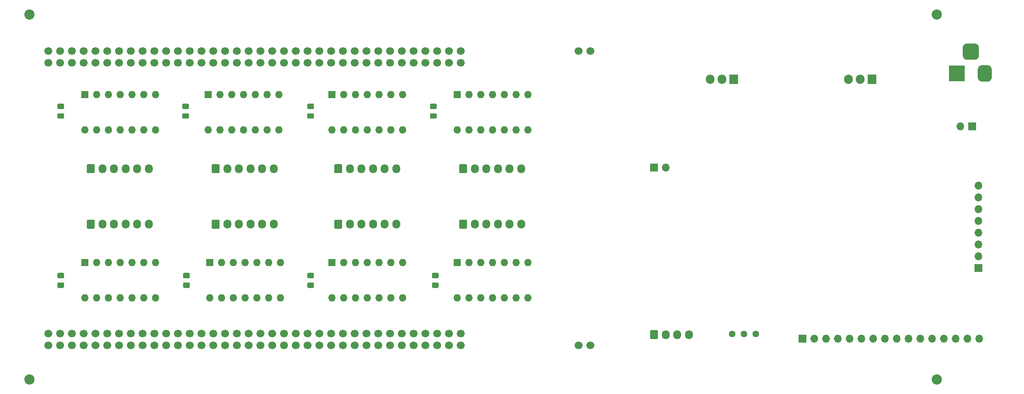
<source format=gbr>
%TF.GenerationSoftware,KiCad,Pcbnew,(5.1.8)-1*%
%TF.CreationDate,2021-07-13T09:26:45+05:30*%
%TF.ProjectId,rfsm,7266736d-2e6b-4696-9361-645f70636258,rev?*%
%TF.SameCoordinates,Original*%
%TF.FileFunction,Soldermask,Bot*%
%TF.FilePolarity,Negative*%
%FSLAX46Y46*%
G04 Gerber Fmt 4.6, Leading zero omitted, Abs format (unit mm)*
G04 Created by KiCad (PCBNEW (5.1.8)-1) date 2021-07-13 09:26:45*
%MOMM*%
%LPD*%
G01*
G04 APERTURE LIST*
%ADD10O,1.700000X1.700000*%
%ADD11R,1.700000X1.700000*%
%ADD12C,1.700000*%
%ADD13C,2.200000*%
%ADD14R,1.600000X1.600000*%
%ADD15O,1.600000X1.600000*%
%ADD16R,3.500000X3.500000*%
%ADD17O,1.700000X1.950000*%
%ADD18C,1.440000*%
%ADD19R,1.905000X2.000000*%
%ADD20O,1.905000X2.000000*%
G04 APERTURE END LIST*
D10*
%TO.C,J14*%
X170180000Y-91440000D03*
D11*
X167640000Y-91440000D03*
%TD*%
D10*
%TO.C,J13*%
X233680000Y-82550000D03*
D11*
X236220000Y-82550000D03*
%TD*%
D12*
%TO.C,U1*%
X125984000Y-66294000D03*
X125984000Y-68834000D03*
X123444000Y-66294000D03*
X123444000Y-68834000D03*
X120904000Y-66294000D03*
X120904000Y-68834000D03*
X118364000Y-66294000D03*
X118364000Y-68834000D03*
X115824000Y-66294000D03*
X115824000Y-68834000D03*
X113284000Y-66294000D03*
X113284000Y-68834000D03*
X110744000Y-66294000D03*
X110744000Y-68834000D03*
X108204000Y-66294000D03*
X108204000Y-68834000D03*
X105664000Y-66294000D03*
X105664000Y-68834000D03*
X103124000Y-66294000D03*
X103124000Y-68834000D03*
X100584000Y-66294000D03*
X100584000Y-68834000D03*
X98044000Y-66294000D03*
X98044000Y-68834000D03*
X95504000Y-66294000D03*
X95504000Y-68834000D03*
X92964000Y-66294000D03*
X92964000Y-68834000D03*
X90424000Y-66294000D03*
X90424000Y-68834000D03*
X87884000Y-66294000D03*
X87884000Y-68834000D03*
X85344000Y-66294000D03*
X85344000Y-68834000D03*
X82804000Y-66294000D03*
X82804000Y-68834000D03*
X80264000Y-66294000D03*
X80264000Y-68834000D03*
X77724000Y-66294000D03*
X77724000Y-68834000D03*
X75184000Y-66294000D03*
X75184000Y-68834000D03*
X72644000Y-66294000D03*
X72644000Y-68834000D03*
X70104000Y-66294000D03*
X70104000Y-68834000D03*
X67564000Y-66294000D03*
X67564000Y-68834000D03*
X65024000Y-66294000D03*
X65024000Y-68834000D03*
X62484000Y-66294000D03*
X62484000Y-68834000D03*
X59944000Y-66294000D03*
X59944000Y-68834000D03*
X57404000Y-66294000D03*
X57404000Y-68834000D03*
X54864000Y-66294000D03*
X54864000Y-68834000D03*
X52324000Y-66294000D03*
X52324000Y-68834000D03*
X49784000Y-66294000D03*
X49784000Y-68834000D03*
X47244000Y-66294000D03*
X47244000Y-68834000D03*
X44704000Y-66294000D03*
X44704000Y-68834000D03*
X42164000Y-66294000D03*
X42164000Y-68834000D03*
X39624000Y-66294000D03*
X39624000Y-68834000D03*
X37084000Y-66294000D03*
X37084000Y-68834000D03*
X125984000Y-127254000D03*
X125984000Y-129794000D03*
X123444000Y-127254000D03*
X123444000Y-129794000D03*
X120904000Y-127254000D03*
X120904000Y-129794000D03*
X118364000Y-127254000D03*
X118364000Y-129794000D03*
X115824000Y-127254000D03*
X115824000Y-129794000D03*
X113284000Y-127254000D03*
X113284000Y-129794000D03*
X110744000Y-127254000D03*
X110744000Y-129794000D03*
X108204000Y-127254000D03*
X108204000Y-129794000D03*
X105664000Y-127254000D03*
X105664000Y-129794000D03*
X103124000Y-127254000D03*
X103124000Y-129794000D03*
X100584000Y-127254000D03*
X100584000Y-129794000D03*
X98044000Y-127254000D03*
X98044000Y-129794000D03*
X95504000Y-127254000D03*
X95504000Y-129794000D03*
X92964000Y-127254000D03*
X92964000Y-129794000D03*
X90424000Y-127254000D03*
X90424000Y-129794000D03*
X87884000Y-127254000D03*
X87884000Y-129794000D03*
X85344000Y-127254000D03*
X85344000Y-129794000D03*
X82804000Y-127254000D03*
X82804000Y-129794000D03*
X80264000Y-127254000D03*
X80264000Y-129794000D03*
X77724000Y-127254000D03*
X77724000Y-129794000D03*
X75184000Y-127254000D03*
X75184000Y-129794000D03*
X72644000Y-127254000D03*
X72644000Y-129794000D03*
X70104000Y-127254000D03*
X70104000Y-129794000D03*
X67564000Y-127254000D03*
X67564000Y-129794000D03*
X65024000Y-127254000D03*
X65024000Y-129794000D03*
X62484000Y-127254000D03*
X62484000Y-129794000D03*
X59944000Y-127254000D03*
X59944000Y-129794000D03*
X57404000Y-127254000D03*
X57404000Y-129794000D03*
X54864000Y-127254000D03*
X54864000Y-129794000D03*
X52324000Y-127254000D03*
X52324000Y-129794000D03*
X49784000Y-127254000D03*
X49784000Y-129794000D03*
X47244000Y-127254000D03*
X47244000Y-129794000D03*
X44704000Y-127254000D03*
X44704000Y-129794000D03*
X42164000Y-127254000D03*
X42164000Y-129794000D03*
X39624000Y-127254000D03*
X39624000Y-129794000D03*
X37084000Y-127254000D03*
X37084000Y-129794000D03*
X153924000Y-66294000D03*
X151384000Y-66294000D03*
X153924000Y-129794000D03*
X151384000Y-129794000D03*
%TD*%
%TO.C,C15*%
G36*
G01*
X39276000Y-79711300D02*
X40226000Y-79711300D01*
G75*
G02*
X40476000Y-79961300I0J-250000D01*
G01*
X40476000Y-80636300D01*
G75*
G02*
X40226000Y-80886300I-250000J0D01*
G01*
X39276000Y-80886300D01*
G75*
G02*
X39026000Y-80636300I0J250000D01*
G01*
X39026000Y-79961300D01*
G75*
G02*
X39276000Y-79711300I250000J0D01*
G01*
G37*
G36*
G01*
X39276000Y-77636300D02*
X40226000Y-77636300D01*
G75*
G02*
X40476000Y-77886300I0J-250000D01*
G01*
X40476000Y-78561300D01*
G75*
G02*
X40226000Y-78811300I-250000J0D01*
G01*
X39276000Y-78811300D01*
G75*
G02*
X39026000Y-78561300I0J250000D01*
G01*
X39026000Y-77886300D01*
G75*
G02*
X39276000Y-77636300I250000J0D01*
G01*
G37*
%TD*%
%TO.C,C16*%
G36*
G01*
X40226000Y-115323200D02*
X39276000Y-115323200D01*
G75*
G02*
X39026000Y-115073200I0J250000D01*
G01*
X39026000Y-114398200D01*
G75*
G02*
X39276000Y-114148200I250000J0D01*
G01*
X40226000Y-114148200D01*
G75*
G02*
X40476000Y-114398200I0J-250000D01*
G01*
X40476000Y-115073200D01*
G75*
G02*
X40226000Y-115323200I-250000J0D01*
G01*
G37*
G36*
G01*
X40226000Y-117398200D02*
X39276000Y-117398200D01*
G75*
G02*
X39026000Y-117148200I0J250000D01*
G01*
X39026000Y-116473200D01*
G75*
G02*
X39276000Y-116223200I250000J0D01*
G01*
X40226000Y-116223200D01*
G75*
G02*
X40476000Y-116473200I0J-250000D01*
G01*
X40476000Y-117148200D01*
G75*
G02*
X40226000Y-117398200I-250000J0D01*
G01*
G37*
%TD*%
%TO.C,C14*%
G36*
G01*
X66200000Y-79711300D02*
X67150000Y-79711300D01*
G75*
G02*
X67400000Y-79961300I0J-250000D01*
G01*
X67400000Y-80636300D01*
G75*
G02*
X67150000Y-80886300I-250000J0D01*
G01*
X66200000Y-80886300D01*
G75*
G02*
X65950000Y-80636300I0J250000D01*
G01*
X65950000Y-79961300D01*
G75*
G02*
X66200000Y-79711300I250000J0D01*
G01*
G37*
G36*
G01*
X66200000Y-77636300D02*
X67150000Y-77636300D01*
G75*
G02*
X67400000Y-77886300I0J-250000D01*
G01*
X67400000Y-78561300D01*
G75*
G02*
X67150000Y-78811300I-250000J0D01*
G01*
X66200000Y-78811300D01*
G75*
G02*
X65950000Y-78561300I0J250000D01*
G01*
X65950000Y-77886300D01*
G75*
G02*
X66200000Y-77636300I250000J0D01*
G01*
G37*
%TD*%
%TO.C,C13*%
G36*
G01*
X67327800Y-115323200D02*
X66377800Y-115323200D01*
G75*
G02*
X66127800Y-115073200I0J250000D01*
G01*
X66127800Y-114398200D01*
G75*
G02*
X66377800Y-114148200I250000J0D01*
G01*
X67327800Y-114148200D01*
G75*
G02*
X67577800Y-114398200I0J-250000D01*
G01*
X67577800Y-115073200D01*
G75*
G02*
X67327800Y-115323200I-250000J0D01*
G01*
G37*
G36*
G01*
X67327800Y-117398200D02*
X66377800Y-117398200D01*
G75*
G02*
X66127800Y-117148200I0J250000D01*
G01*
X66127800Y-116473200D01*
G75*
G02*
X66377800Y-116223200I250000J0D01*
G01*
X67327800Y-116223200D01*
G75*
G02*
X67577800Y-116473200I0J-250000D01*
G01*
X67577800Y-117148200D01*
G75*
G02*
X67327800Y-117398200I-250000J0D01*
G01*
G37*
%TD*%
%TO.C,C12*%
G36*
G01*
X93149400Y-79711300D02*
X94099400Y-79711300D01*
G75*
G02*
X94349400Y-79961300I0J-250000D01*
G01*
X94349400Y-80636300D01*
G75*
G02*
X94099400Y-80886300I-250000J0D01*
G01*
X93149400Y-80886300D01*
G75*
G02*
X92899400Y-80636300I0J250000D01*
G01*
X92899400Y-79961300D01*
G75*
G02*
X93149400Y-79711300I250000J0D01*
G01*
G37*
G36*
G01*
X93149400Y-77636300D02*
X94099400Y-77636300D01*
G75*
G02*
X94349400Y-77886300I0J-250000D01*
G01*
X94349400Y-78561300D01*
G75*
G02*
X94099400Y-78811300I-250000J0D01*
G01*
X93149400Y-78811300D01*
G75*
G02*
X92899400Y-78561300I0J250000D01*
G01*
X92899400Y-77886300D01*
G75*
G02*
X93149400Y-77636300I250000J0D01*
G01*
G37*
%TD*%
%TO.C,C11*%
G36*
G01*
X94099400Y-115323200D02*
X93149400Y-115323200D01*
G75*
G02*
X92899400Y-115073200I0J250000D01*
G01*
X92899400Y-114398200D01*
G75*
G02*
X93149400Y-114148200I250000J0D01*
G01*
X94099400Y-114148200D01*
G75*
G02*
X94349400Y-114398200I0J-250000D01*
G01*
X94349400Y-115073200D01*
G75*
G02*
X94099400Y-115323200I-250000J0D01*
G01*
G37*
G36*
G01*
X94099400Y-117398200D02*
X93149400Y-117398200D01*
G75*
G02*
X92899400Y-117148200I0J250000D01*
G01*
X92899400Y-116473200D01*
G75*
G02*
X93149400Y-116223200I250000J0D01*
G01*
X94099400Y-116223200D01*
G75*
G02*
X94349400Y-116473200I0J-250000D01*
G01*
X94349400Y-117148200D01*
G75*
G02*
X94099400Y-117398200I-250000J0D01*
G01*
G37*
%TD*%
%TO.C,C10*%
G36*
G01*
X119590800Y-79711300D02*
X120540800Y-79711300D01*
G75*
G02*
X120790800Y-79961300I0J-250000D01*
G01*
X120790800Y-80636300D01*
G75*
G02*
X120540800Y-80886300I-250000J0D01*
G01*
X119590800Y-80886300D01*
G75*
G02*
X119340800Y-80636300I0J250000D01*
G01*
X119340800Y-79961300D01*
G75*
G02*
X119590800Y-79711300I250000J0D01*
G01*
G37*
G36*
G01*
X119590800Y-77636300D02*
X120540800Y-77636300D01*
G75*
G02*
X120790800Y-77886300I0J-250000D01*
G01*
X120790800Y-78561300D01*
G75*
G02*
X120540800Y-78811300I-250000J0D01*
G01*
X119590800Y-78811300D01*
G75*
G02*
X119340800Y-78561300I0J250000D01*
G01*
X119340800Y-77886300D01*
G75*
G02*
X119590800Y-77636300I250000J0D01*
G01*
G37*
%TD*%
%TO.C,C9*%
G36*
G01*
X120960000Y-115323200D02*
X120010000Y-115323200D01*
G75*
G02*
X119760000Y-115073200I0J250000D01*
G01*
X119760000Y-114398200D01*
G75*
G02*
X120010000Y-114148200I250000J0D01*
G01*
X120960000Y-114148200D01*
G75*
G02*
X121210000Y-114398200I0J-250000D01*
G01*
X121210000Y-115073200D01*
G75*
G02*
X120960000Y-115323200I-250000J0D01*
G01*
G37*
G36*
G01*
X120960000Y-117398200D02*
X120010000Y-117398200D01*
G75*
G02*
X119760000Y-117148200I0J250000D01*
G01*
X119760000Y-116473200D01*
G75*
G02*
X120010000Y-116223200I250000J0D01*
G01*
X120960000Y-116223200D01*
G75*
G02*
X121210000Y-116473200I0J-250000D01*
G01*
X121210000Y-117148200D01*
G75*
G02*
X120960000Y-117398200I-250000J0D01*
G01*
G37*
%TD*%
D13*
%TO.C,REF\u002A\u002A*%
X228600000Y-137160000D03*
%TD*%
%TO.C,REF\u002A\u002A*%
X228600000Y-58420000D03*
%TD*%
%TO.C,REF\u002A\u002A*%
X33020000Y-137160000D03*
%TD*%
%TO.C,REF\u002A\u002A*%
X33020000Y-58420000D03*
%TD*%
D14*
%TO.C,U9*%
X44908800Y-75666600D03*
D15*
X60148800Y-83286600D03*
X47448800Y-75666600D03*
X57608800Y-83286600D03*
X49988800Y-75666600D03*
X55068800Y-83286600D03*
X52528800Y-75666600D03*
X52528800Y-83286600D03*
X55068800Y-75666600D03*
X49988800Y-83286600D03*
X57608800Y-75666600D03*
X47448800Y-83286600D03*
X60148800Y-75666600D03*
X44908800Y-83286600D03*
%TD*%
D16*
%TO.C,J1*%
X232930700Y-71120000D03*
G36*
G01*
X240430700Y-70120000D02*
X240430700Y-72120000D01*
G75*
G02*
X239680700Y-72870000I-750000J0D01*
G01*
X238180700Y-72870000D01*
G75*
G02*
X237430700Y-72120000I0J750000D01*
G01*
X237430700Y-70120000D01*
G75*
G02*
X238180700Y-69370000I750000J0D01*
G01*
X239680700Y-69370000D01*
G75*
G02*
X240430700Y-70120000I0J-750000D01*
G01*
G37*
G36*
G01*
X237680700Y-65545000D02*
X237680700Y-67295000D01*
G75*
G02*
X236805700Y-68170000I-875000J0D01*
G01*
X235055700Y-68170000D01*
G75*
G02*
X234180700Y-67295000I0J875000D01*
G01*
X234180700Y-65545000D01*
G75*
G02*
X235055700Y-64670000I875000J0D01*
G01*
X236805700Y-64670000D01*
G75*
G02*
X237680700Y-65545000I0J-875000D01*
G01*
G37*
%TD*%
D11*
%TO.C,J2*%
X199644000Y-128320800D03*
D10*
X202184000Y-128320800D03*
X204724000Y-128320800D03*
X207264000Y-128320800D03*
X209804000Y-128320800D03*
X212344000Y-128320800D03*
X214884000Y-128320800D03*
X217424000Y-128320800D03*
X219964000Y-128320800D03*
X222504000Y-128320800D03*
X225044000Y-128320800D03*
X227584000Y-128320800D03*
X230124000Y-128320800D03*
X232664000Y-128320800D03*
X235204000Y-128320800D03*
X237744000Y-128320800D03*
%TD*%
D11*
%TO.C,J3*%
X237591600Y-113106200D03*
D10*
X237591600Y-110566200D03*
X237591600Y-108026200D03*
X237591600Y-105486200D03*
X237591600Y-102946200D03*
X237591600Y-100406200D03*
X237591600Y-97866200D03*
X237591600Y-95326200D03*
%TD*%
%TO.C,J4*%
G36*
G01*
X166790000Y-128182200D02*
X166790000Y-126732200D01*
G75*
G02*
X167040000Y-126482200I250000J0D01*
G01*
X168240000Y-126482200D01*
G75*
G02*
X168490000Y-126732200I0J-250000D01*
G01*
X168490000Y-128182200D01*
G75*
G02*
X168240000Y-128432200I-250000J0D01*
G01*
X167040000Y-128432200D01*
G75*
G02*
X166790000Y-128182200I0J250000D01*
G01*
G37*
D17*
X170140000Y-127457200D03*
X172640000Y-127457200D03*
X175140000Y-127457200D03*
%TD*%
%TO.C,J5*%
G36*
G01*
X125642000Y-104373000D02*
X125642000Y-102923000D01*
G75*
G02*
X125892000Y-102673000I250000J0D01*
G01*
X127092000Y-102673000D01*
G75*
G02*
X127342000Y-102923000I0J-250000D01*
G01*
X127342000Y-104373000D01*
G75*
G02*
X127092000Y-104623000I-250000J0D01*
G01*
X125892000Y-104623000D01*
G75*
G02*
X125642000Y-104373000I0J250000D01*
G01*
G37*
X128992000Y-103648000D03*
X131492000Y-103648000D03*
X133992000Y-103648000D03*
X136492000Y-103648000D03*
X138992000Y-103648000D03*
%TD*%
%TO.C,J6*%
X138992000Y-91678000D03*
X136492000Y-91678000D03*
X133992000Y-91678000D03*
X131492000Y-91678000D03*
X128992000Y-91678000D03*
G36*
G01*
X125642000Y-92403000D02*
X125642000Y-90953000D01*
G75*
G02*
X125892000Y-90703000I250000J0D01*
G01*
X127092000Y-90703000D01*
G75*
G02*
X127342000Y-90953000I0J-250000D01*
G01*
X127342000Y-92403000D01*
G75*
G02*
X127092000Y-92653000I-250000J0D01*
G01*
X125892000Y-92653000D01*
G75*
G02*
X125642000Y-92403000I0J250000D01*
G01*
G37*
%TD*%
%TO.C,J7*%
G36*
G01*
X98718000Y-104373000D02*
X98718000Y-102923000D01*
G75*
G02*
X98968000Y-102673000I250000J0D01*
G01*
X100168000Y-102673000D01*
G75*
G02*
X100418000Y-102923000I0J-250000D01*
G01*
X100418000Y-104373000D01*
G75*
G02*
X100168000Y-104623000I-250000J0D01*
G01*
X98968000Y-104623000D01*
G75*
G02*
X98718000Y-104373000I0J250000D01*
G01*
G37*
X102068000Y-103648000D03*
X104568000Y-103648000D03*
X107068000Y-103648000D03*
X109568000Y-103648000D03*
X112068000Y-103648000D03*
%TD*%
%TO.C,J8*%
X112068000Y-91678000D03*
X109568000Y-91678000D03*
X107068000Y-91678000D03*
X104568000Y-91678000D03*
X102068000Y-91678000D03*
G36*
G01*
X98718000Y-92403000D02*
X98718000Y-90953000D01*
G75*
G02*
X98968000Y-90703000I250000J0D01*
G01*
X100168000Y-90703000D01*
G75*
G02*
X100418000Y-90953000I0J-250000D01*
G01*
X100418000Y-92403000D01*
G75*
G02*
X100168000Y-92653000I-250000J0D01*
G01*
X98968000Y-92653000D01*
G75*
G02*
X98718000Y-92403000I0J250000D01*
G01*
G37*
%TD*%
%TO.C,J9*%
G36*
G01*
X72302000Y-104373000D02*
X72302000Y-102923000D01*
G75*
G02*
X72552000Y-102673000I250000J0D01*
G01*
X73752000Y-102673000D01*
G75*
G02*
X74002000Y-102923000I0J-250000D01*
G01*
X74002000Y-104373000D01*
G75*
G02*
X73752000Y-104623000I-250000J0D01*
G01*
X72552000Y-104623000D01*
G75*
G02*
X72302000Y-104373000I0J250000D01*
G01*
G37*
X75652000Y-103648000D03*
X78152000Y-103648000D03*
X80652000Y-103648000D03*
X83152000Y-103648000D03*
X85652000Y-103648000D03*
%TD*%
%TO.C,J10*%
X85652000Y-91678000D03*
X83152000Y-91678000D03*
X80652000Y-91678000D03*
X78152000Y-91678000D03*
X75652000Y-91678000D03*
G36*
G01*
X72302000Y-92403000D02*
X72302000Y-90953000D01*
G75*
G02*
X72552000Y-90703000I250000J0D01*
G01*
X73752000Y-90703000D01*
G75*
G02*
X74002000Y-90953000I0J-250000D01*
G01*
X74002000Y-92403000D01*
G75*
G02*
X73752000Y-92653000I-250000J0D01*
G01*
X72552000Y-92653000D01*
G75*
G02*
X72302000Y-92403000I0J250000D01*
G01*
G37*
%TD*%
%TO.C,J11*%
G36*
G01*
X45378000Y-92403000D02*
X45378000Y-90953000D01*
G75*
G02*
X45628000Y-90703000I250000J0D01*
G01*
X46828000Y-90703000D01*
G75*
G02*
X47078000Y-90953000I0J-250000D01*
G01*
X47078000Y-92403000D01*
G75*
G02*
X46828000Y-92653000I-250000J0D01*
G01*
X45628000Y-92653000D01*
G75*
G02*
X45378000Y-92403000I0J250000D01*
G01*
G37*
X48728000Y-91678000D03*
X51228000Y-91678000D03*
X53728000Y-91678000D03*
X56228000Y-91678000D03*
X58728000Y-91678000D03*
%TD*%
%TO.C,J12*%
X58728000Y-103648000D03*
X56228000Y-103648000D03*
X53728000Y-103648000D03*
X51228000Y-103648000D03*
X48728000Y-103648000D03*
G36*
G01*
X45378000Y-104373000D02*
X45378000Y-102923000D01*
G75*
G02*
X45628000Y-102673000I250000J0D01*
G01*
X46828000Y-102673000D01*
G75*
G02*
X47078000Y-102923000I0J-250000D01*
G01*
X47078000Y-104373000D01*
G75*
G02*
X46828000Y-104623000I-250000J0D01*
G01*
X45628000Y-104623000D01*
G75*
G02*
X45378000Y-104373000I0J250000D01*
G01*
G37*
%TD*%
D18*
%TO.C,RV1*%
X189534800Y-127355600D03*
X186994800Y-127355600D03*
X184454800Y-127355600D03*
%TD*%
D19*
%TO.C,U2*%
X214630000Y-72390000D03*
D20*
X212090000Y-72390000D03*
X209550000Y-72390000D03*
%TD*%
D14*
%TO.C,U3*%
X125250600Y-111928400D03*
D15*
X140490600Y-119548400D03*
X127790600Y-111928400D03*
X137950600Y-119548400D03*
X130330600Y-111928400D03*
X135410600Y-119548400D03*
X132870600Y-111928400D03*
X132870600Y-119548400D03*
X135410600Y-111928400D03*
X130330600Y-119548400D03*
X137950600Y-111928400D03*
X127790600Y-119548400D03*
X140490600Y-111928400D03*
X125250600Y-119548400D03*
%TD*%
%TO.C,U4*%
X125250600Y-83286600D03*
X140490600Y-75666600D03*
X127790600Y-83286600D03*
X137950600Y-75666600D03*
X130330600Y-83286600D03*
X135410600Y-75666600D03*
X132870600Y-83286600D03*
X132870600Y-75666600D03*
X135410600Y-83286600D03*
X130330600Y-75666600D03*
X137950600Y-83286600D03*
X127790600Y-75666600D03*
X140490600Y-83286600D03*
D14*
X125250600Y-75666600D03*
%TD*%
D15*
%TO.C,U5*%
X98247200Y-119548400D03*
X113487200Y-111928400D03*
X100787200Y-119548400D03*
X110947200Y-111928400D03*
X103327200Y-119548400D03*
X108407200Y-111928400D03*
X105867200Y-119548400D03*
X105867200Y-111928400D03*
X108407200Y-119548400D03*
X103327200Y-111928400D03*
X110947200Y-119548400D03*
X100787200Y-111928400D03*
X113487200Y-119548400D03*
D14*
X98247200Y-111928400D03*
%TD*%
%TO.C,U6*%
X98247200Y-75666600D03*
D15*
X113487200Y-83286600D03*
X100787200Y-75666600D03*
X110947200Y-83286600D03*
X103327200Y-75666600D03*
X108407200Y-83286600D03*
X105867200Y-75666600D03*
X105867200Y-83286600D03*
X108407200Y-75666600D03*
X103327200Y-83286600D03*
X110947200Y-75666600D03*
X100787200Y-83286600D03*
X113487200Y-75666600D03*
X98247200Y-83286600D03*
%TD*%
D14*
%TO.C,U7*%
X71856600Y-111928400D03*
D15*
X87096600Y-119548400D03*
X74396600Y-111928400D03*
X84556600Y-119548400D03*
X76936600Y-111928400D03*
X82016600Y-119548400D03*
X79476600Y-111928400D03*
X79476600Y-119548400D03*
X82016600Y-111928400D03*
X76936600Y-119548400D03*
X84556600Y-111928400D03*
X74396600Y-119548400D03*
X87096600Y-111928400D03*
X71856600Y-119548400D03*
%TD*%
%TO.C,U8*%
X71551800Y-83286600D03*
X86791800Y-75666600D03*
X74091800Y-83286600D03*
X84251800Y-75666600D03*
X76631800Y-83286600D03*
X81711800Y-75666600D03*
X79171800Y-83286600D03*
X79171800Y-75666600D03*
X81711800Y-83286600D03*
X76631800Y-75666600D03*
X84251800Y-83286600D03*
X74091800Y-75666600D03*
X86791800Y-83286600D03*
D14*
X71551800Y-75666600D03*
%TD*%
D15*
%TO.C,U10*%
X44908800Y-119548400D03*
X60148800Y-111928400D03*
X47448800Y-119548400D03*
X57608800Y-111928400D03*
X49988800Y-119548400D03*
X55068800Y-111928400D03*
X52528800Y-119548400D03*
X52528800Y-111928400D03*
X55068800Y-119548400D03*
X49988800Y-111928400D03*
X57608800Y-119548400D03*
X47448800Y-111928400D03*
X60148800Y-119548400D03*
D14*
X44908800Y-111928400D03*
%TD*%
D20*
%TO.C,U11*%
X179705000Y-72390000D03*
X182245000Y-72390000D03*
D19*
X184785000Y-72390000D03*
%TD*%
M02*

</source>
